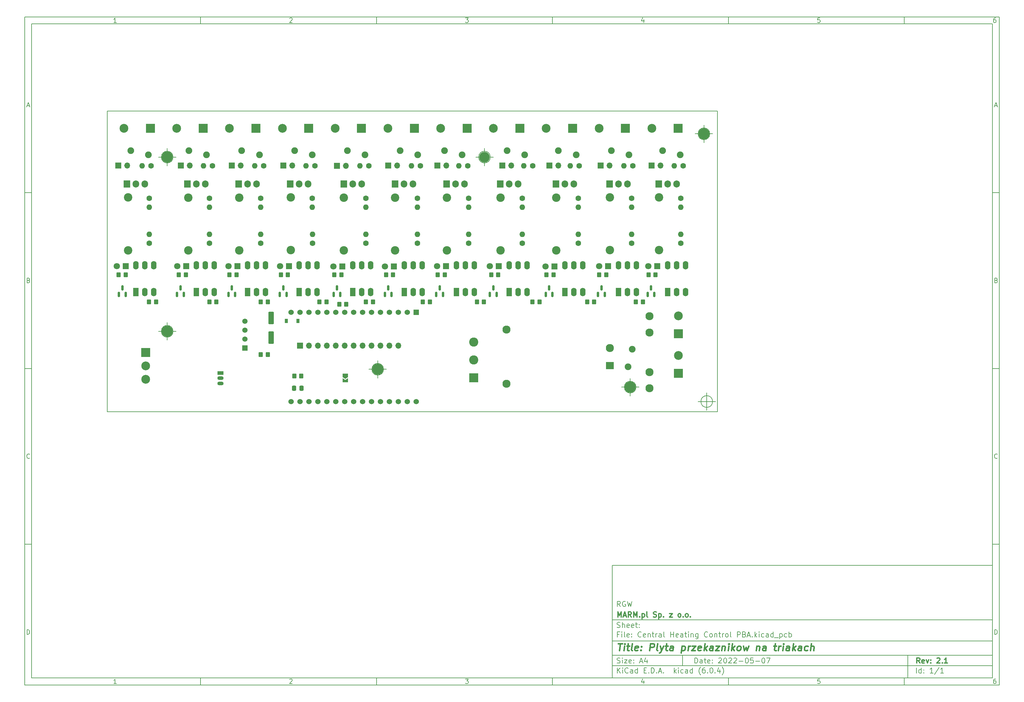
<source format=gbr>
%TF.GenerationSoftware,KiCad,Pcbnew,(6.0.4)*%
%TF.CreationDate,2022-05-29T19:49:35+02:00*%
%TF.ProjectId,Central Heating Control PBA,43656e74-7261-46c2-9048-656174696e67,2.1*%
%TF.SameCoordinates,Original*%
%TF.FileFunction,Soldermask,Top*%
%TF.FilePolarity,Negative*%
%FSLAX46Y46*%
G04 Gerber Fmt 4.6, Leading zero omitted, Abs format (unit mm)*
G04 Created by KiCad (PCBNEW (6.0.4)) date 2022-05-29 19:49:35*
%MOMM*%
%LPD*%
G01*
G04 APERTURE LIST*
G04 Aperture macros list*
%AMRoundRect*
0 Rectangle with rounded corners*
0 $1 Rounding radius*
0 $2 $3 $4 $5 $6 $7 $8 $9 X,Y pos of 4 corners*
0 Add a 4 corners polygon primitive as box body*
4,1,4,$2,$3,$4,$5,$6,$7,$8,$9,$2,$3,0*
0 Add four circle primitives for the rounded corners*
1,1,$1+$1,$2,$3*
1,1,$1+$1,$4,$5*
1,1,$1+$1,$6,$7*
1,1,$1+$1,$8,$9*
0 Add four rect primitives between the rounded corners*
20,1,$1+$1,$2,$3,$4,$5,0*
20,1,$1+$1,$4,$5,$6,$7,0*
20,1,$1+$1,$6,$7,$8,$9,0*
20,1,$1+$1,$8,$9,$2,$3,0*%
%AMFreePoly0*
4,1,6,1.000000,0.000000,0.500000,-0.750000,-0.500000,-0.750000,-0.500000,0.750000,0.500000,0.750000,1.000000,0.000000,1.000000,0.000000,$1*%
%AMFreePoly1*
4,1,6,0.500000,-0.750000,-0.650000,-0.750000,-0.150000,0.000000,-0.650000,0.750000,0.500000,0.750000,0.500000,-0.750000,0.500000,-0.750000,$1*%
G04 Aperture macros list end*
%ADD10C,0.100000*%
%ADD11C,0.150000*%
%ADD12C,0.300000*%
%ADD13C,0.400000*%
%TA.AperFunction,Profile*%
%ADD14C,0.150000*%
%TD*%
%ADD15C,3.000000*%
%ADD16R,1.800000X1.800000*%
%ADD17C,1.800000*%
%ADD18RoundRect,0.250000X0.350000X0.450000X-0.350000X0.450000X-0.350000X-0.450000X0.350000X-0.450000X0*%
%ADD19R,2.500000X2.500000*%
%ADD20C,2.500000*%
%ADD21R,1.600000X2.400000*%
%ADD22O,1.600000X2.400000*%
%ADD23RoundRect,0.250000X-0.350000X-0.450000X0.350000X-0.450000X0.350000X0.450000X-0.350000X0.450000X0*%
%ADD24C,1.600000*%
%ADD25O,1.600000X1.600000*%
%ADD26R,1.905000X2.000000*%
%ADD27O,1.905000X2.000000*%
%ADD28C,2.400000*%
%ADD29R,1.700000X1.700000*%
%ADD30O,1.700000X1.700000*%
%ADD31C,1.900000*%
%ADD32RoundRect,0.150000X0.150000X-0.587500X0.150000X0.587500X-0.150000X0.587500X-0.150000X-0.587500X0*%
%ADD33R,2.600000X2.600000*%
%ADD34C,2.600000*%
%ADD35R,1.500000X1.500000*%
%ADD36C,1.500000*%
%ADD37R,1.800000X1.050000*%
%ADD38O,1.800000X1.050000*%
%ADD39RoundRect,0.250000X-0.550000X1.500000X-0.550000X-1.500000X0.550000X-1.500000X0.550000X1.500000X0*%
%ADD40C,2.300000*%
%ADD41RoundRect,0.250000X0.337500X0.475000X-0.337500X0.475000X-0.337500X-0.475000X0.337500X-0.475000X0*%
%ADD42FreePoly0,270.000000*%
%ADD43FreePoly1,270.000000*%
%ADD44R,1.524000X1.524000*%
%ADD45C,1.524000*%
%ADD46R,0.900000X1.200000*%
%ADD47R,2.300000X2.000000*%
G04 APERTURE END LIST*
D10*
D11*
X177002200Y-166007200D02*
X177002200Y-198007200D01*
X285002200Y-198007200D01*
X285002200Y-166007200D01*
X177002200Y-166007200D01*
D10*
D11*
X10000000Y-10000000D02*
X10000000Y-200007200D01*
X287002200Y-200007200D01*
X287002200Y-10000000D01*
X10000000Y-10000000D01*
D10*
D11*
X12000000Y-12000000D02*
X12000000Y-198007200D01*
X285002200Y-198007200D01*
X285002200Y-12000000D01*
X12000000Y-12000000D01*
D10*
D11*
X60000000Y-12000000D02*
X60000000Y-10000000D01*
D10*
D11*
X110000000Y-12000000D02*
X110000000Y-10000000D01*
D10*
D11*
X160000000Y-12000000D02*
X160000000Y-10000000D01*
D10*
D11*
X210000000Y-12000000D02*
X210000000Y-10000000D01*
D10*
D11*
X260000000Y-12000000D02*
X260000000Y-10000000D01*
D10*
D11*
X36065476Y-11588095D02*
X35322619Y-11588095D01*
X35694047Y-11588095D02*
X35694047Y-10288095D01*
X35570238Y-10473809D01*
X35446428Y-10597619D01*
X35322619Y-10659523D01*
D10*
D11*
X85322619Y-10411904D02*
X85384523Y-10350000D01*
X85508333Y-10288095D01*
X85817857Y-10288095D01*
X85941666Y-10350000D01*
X86003571Y-10411904D01*
X86065476Y-10535714D01*
X86065476Y-10659523D01*
X86003571Y-10845238D01*
X85260714Y-11588095D01*
X86065476Y-11588095D01*
D10*
D11*
X135260714Y-10288095D02*
X136065476Y-10288095D01*
X135632142Y-10783333D01*
X135817857Y-10783333D01*
X135941666Y-10845238D01*
X136003571Y-10907142D01*
X136065476Y-11030952D01*
X136065476Y-11340476D01*
X136003571Y-11464285D01*
X135941666Y-11526190D01*
X135817857Y-11588095D01*
X135446428Y-11588095D01*
X135322619Y-11526190D01*
X135260714Y-11464285D01*
D10*
D11*
X185941666Y-10721428D02*
X185941666Y-11588095D01*
X185632142Y-10226190D02*
X185322619Y-11154761D01*
X186127380Y-11154761D01*
D10*
D11*
X236003571Y-10288095D02*
X235384523Y-10288095D01*
X235322619Y-10907142D01*
X235384523Y-10845238D01*
X235508333Y-10783333D01*
X235817857Y-10783333D01*
X235941666Y-10845238D01*
X236003571Y-10907142D01*
X236065476Y-11030952D01*
X236065476Y-11340476D01*
X236003571Y-11464285D01*
X235941666Y-11526190D01*
X235817857Y-11588095D01*
X235508333Y-11588095D01*
X235384523Y-11526190D01*
X235322619Y-11464285D01*
D10*
D11*
X285941666Y-10288095D02*
X285694047Y-10288095D01*
X285570238Y-10350000D01*
X285508333Y-10411904D01*
X285384523Y-10597619D01*
X285322619Y-10845238D01*
X285322619Y-11340476D01*
X285384523Y-11464285D01*
X285446428Y-11526190D01*
X285570238Y-11588095D01*
X285817857Y-11588095D01*
X285941666Y-11526190D01*
X286003571Y-11464285D01*
X286065476Y-11340476D01*
X286065476Y-11030952D01*
X286003571Y-10907142D01*
X285941666Y-10845238D01*
X285817857Y-10783333D01*
X285570238Y-10783333D01*
X285446428Y-10845238D01*
X285384523Y-10907142D01*
X285322619Y-11030952D01*
D10*
D11*
X60000000Y-198007200D02*
X60000000Y-200007200D01*
D10*
D11*
X110000000Y-198007200D02*
X110000000Y-200007200D01*
D10*
D11*
X160000000Y-198007200D02*
X160000000Y-200007200D01*
D10*
D11*
X210000000Y-198007200D02*
X210000000Y-200007200D01*
D10*
D11*
X260000000Y-198007200D02*
X260000000Y-200007200D01*
D10*
D11*
X36065476Y-199595295D02*
X35322619Y-199595295D01*
X35694047Y-199595295D02*
X35694047Y-198295295D01*
X35570238Y-198481009D01*
X35446428Y-198604819D01*
X35322619Y-198666723D01*
D10*
D11*
X85322619Y-198419104D02*
X85384523Y-198357200D01*
X85508333Y-198295295D01*
X85817857Y-198295295D01*
X85941666Y-198357200D01*
X86003571Y-198419104D01*
X86065476Y-198542914D01*
X86065476Y-198666723D01*
X86003571Y-198852438D01*
X85260714Y-199595295D01*
X86065476Y-199595295D01*
D10*
D11*
X135260714Y-198295295D02*
X136065476Y-198295295D01*
X135632142Y-198790533D01*
X135817857Y-198790533D01*
X135941666Y-198852438D01*
X136003571Y-198914342D01*
X136065476Y-199038152D01*
X136065476Y-199347676D01*
X136003571Y-199471485D01*
X135941666Y-199533390D01*
X135817857Y-199595295D01*
X135446428Y-199595295D01*
X135322619Y-199533390D01*
X135260714Y-199471485D01*
D10*
D11*
X185941666Y-198728628D02*
X185941666Y-199595295D01*
X185632142Y-198233390D02*
X185322619Y-199161961D01*
X186127380Y-199161961D01*
D10*
D11*
X236003571Y-198295295D02*
X235384523Y-198295295D01*
X235322619Y-198914342D01*
X235384523Y-198852438D01*
X235508333Y-198790533D01*
X235817857Y-198790533D01*
X235941666Y-198852438D01*
X236003571Y-198914342D01*
X236065476Y-199038152D01*
X236065476Y-199347676D01*
X236003571Y-199471485D01*
X235941666Y-199533390D01*
X235817857Y-199595295D01*
X235508333Y-199595295D01*
X235384523Y-199533390D01*
X235322619Y-199471485D01*
D10*
D11*
X285941666Y-198295295D02*
X285694047Y-198295295D01*
X285570238Y-198357200D01*
X285508333Y-198419104D01*
X285384523Y-198604819D01*
X285322619Y-198852438D01*
X285322619Y-199347676D01*
X285384523Y-199471485D01*
X285446428Y-199533390D01*
X285570238Y-199595295D01*
X285817857Y-199595295D01*
X285941666Y-199533390D01*
X286003571Y-199471485D01*
X286065476Y-199347676D01*
X286065476Y-199038152D01*
X286003571Y-198914342D01*
X285941666Y-198852438D01*
X285817857Y-198790533D01*
X285570238Y-198790533D01*
X285446428Y-198852438D01*
X285384523Y-198914342D01*
X285322619Y-199038152D01*
D10*
D11*
X10000000Y-60000000D02*
X12000000Y-60000000D01*
D10*
D11*
X10000000Y-110000000D02*
X12000000Y-110000000D01*
D10*
D11*
X10000000Y-160000000D02*
X12000000Y-160000000D01*
D10*
D11*
X10690476Y-35216666D02*
X11309523Y-35216666D01*
X10566666Y-35588095D02*
X11000000Y-34288095D01*
X11433333Y-35588095D01*
D10*
D11*
X11092857Y-84907142D02*
X11278571Y-84969047D01*
X11340476Y-85030952D01*
X11402380Y-85154761D01*
X11402380Y-85340476D01*
X11340476Y-85464285D01*
X11278571Y-85526190D01*
X11154761Y-85588095D01*
X10659523Y-85588095D01*
X10659523Y-84288095D01*
X11092857Y-84288095D01*
X11216666Y-84350000D01*
X11278571Y-84411904D01*
X11340476Y-84535714D01*
X11340476Y-84659523D01*
X11278571Y-84783333D01*
X11216666Y-84845238D01*
X11092857Y-84907142D01*
X10659523Y-84907142D01*
D10*
D11*
X11402380Y-135464285D02*
X11340476Y-135526190D01*
X11154761Y-135588095D01*
X11030952Y-135588095D01*
X10845238Y-135526190D01*
X10721428Y-135402380D01*
X10659523Y-135278571D01*
X10597619Y-135030952D01*
X10597619Y-134845238D01*
X10659523Y-134597619D01*
X10721428Y-134473809D01*
X10845238Y-134350000D01*
X11030952Y-134288095D01*
X11154761Y-134288095D01*
X11340476Y-134350000D01*
X11402380Y-134411904D01*
D10*
D11*
X10659523Y-185588095D02*
X10659523Y-184288095D01*
X10969047Y-184288095D01*
X11154761Y-184350000D01*
X11278571Y-184473809D01*
X11340476Y-184597619D01*
X11402380Y-184845238D01*
X11402380Y-185030952D01*
X11340476Y-185278571D01*
X11278571Y-185402380D01*
X11154761Y-185526190D01*
X10969047Y-185588095D01*
X10659523Y-185588095D01*
D10*
D11*
X287002200Y-60000000D02*
X285002200Y-60000000D01*
D10*
D11*
X287002200Y-110000000D02*
X285002200Y-110000000D01*
D10*
D11*
X287002200Y-160000000D02*
X285002200Y-160000000D01*
D10*
D11*
X285692676Y-35216666D02*
X286311723Y-35216666D01*
X285568866Y-35588095D02*
X286002200Y-34288095D01*
X286435533Y-35588095D01*
D10*
D11*
X286095057Y-84907142D02*
X286280771Y-84969047D01*
X286342676Y-85030952D01*
X286404580Y-85154761D01*
X286404580Y-85340476D01*
X286342676Y-85464285D01*
X286280771Y-85526190D01*
X286156961Y-85588095D01*
X285661723Y-85588095D01*
X285661723Y-84288095D01*
X286095057Y-84288095D01*
X286218866Y-84350000D01*
X286280771Y-84411904D01*
X286342676Y-84535714D01*
X286342676Y-84659523D01*
X286280771Y-84783333D01*
X286218866Y-84845238D01*
X286095057Y-84907142D01*
X285661723Y-84907142D01*
D10*
D11*
X286404580Y-135464285D02*
X286342676Y-135526190D01*
X286156961Y-135588095D01*
X286033152Y-135588095D01*
X285847438Y-135526190D01*
X285723628Y-135402380D01*
X285661723Y-135278571D01*
X285599819Y-135030952D01*
X285599819Y-134845238D01*
X285661723Y-134597619D01*
X285723628Y-134473809D01*
X285847438Y-134350000D01*
X286033152Y-134288095D01*
X286156961Y-134288095D01*
X286342676Y-134350000D01*
X286404580Y-134411904D01*
D10*
D11*
X285661723Y-185588095D02*
X285661723Y-184288095D01*
X285971247Y-184288095D01*
X286156961Y-184350000D01*
X286280771Y-184473809D01*
X286342676Y-184597619D01*
X286404580Y-184845238D01*
X286404580Y-185030952D01*
X286342676Y-185278571D01*
X286280771Y-185402380D01*
X286156961Y-185526190D01*
X285971247Y-185588095D01*
X285661723Y-185588095D01*
D10*
D11*
X200434342Y-193785771D02*
X200434342Y-192285771D01*
X200791485Y-192285771D01*
X201005771Y-192357200D01*
X201148628Y-192500057D01*
X201220057Y-192642914D01*
X201291485Y-192928628D01*
X201291485Y-193142914D01*
X201220057Y-193428628D01*
X201148628Y-193571485D01*
X201005771Y-193714342D01*
X200791485Y-193785771D01*
X200434342Y-193785771D01*
X202577200Y-193785771D02*
X202577200Y-193000057D01*
X202505771Y-192857200D01*
X202362914Y-192785771D01*
X202077200Y-192785771D01*
X201934342Y-192857200D01*
X202577200Y-193714342D02*
X202434342Y-193785771D01*
X202077200Y-193785771D01*
X201934342Y-193714342D01*
X201862914Y-193571485D01*
X201862914Y-193428628D01*
X201934342Y-193285771D01*
X202077200Y-193214342D01*
X202434342Y-193214342D01*
X202577200Y-193142914D01*
X203077200Y-192785771D02*
X203648628Y-192785771D01*
X203291485Y-192285771D02*
X203291485Y-193571485D01*
X203362914Y-193714342D01*
X203505771Y-193785771D01*
X203648628Y-193785771D01*
X204720057Y-193714342D02*
X204577200Y-193785771D01*
X204291485Y-193785771D01*
X204148628Y-193714342D01*
X204077200Y-193571485D01*
X204077200Y-193000057D01*
X204148628Y-192857200D01*
X204291485Y-192785771D01*
X204577200Y-192785771D01*
X204720057Y-192857200D01*
X204791485Y-193000057D01*
X204791485Y-193142914D01*
X204077200Y-193285771D01*
X205434342Y-193642914D02*
X205505771Y-193714342D01*
X205434342Y-193785771D01*
X205362914Y-193714342D01*
X205434342Y-193642914D01*
X205434342Y-193785771D01*
X205434342Y-192857200D02*
X205505771Y-192928628D01*
X205434342Y-193000057D01*
X205362914Y-192928628D01*
X205434342Y-192857200D01*
X205434342Y-193000057D01*
X207220057Y-192428628D02*
X207291485Y-192357200D01*
X207434342Y-192285771D01*
X207791485Y-192285771D01*
X207934342Y-192357200D01*
X208005771Y-192428628D01*
X208077200Y-192571485D01*
X208077200Y-192714342D01*
X208005771Y-192928628D01*
X207148628Y-193785771D01*
X208077200Y-193785771D01*
X209005771Y-192285771D02*
X209148628Y-192285771D01*
X209291485Y-192357200D01*
X209362914Y-192428628D01*
X209434342Y-192571485D01*
X209505771Y-192857200D01*
X209505771Y-193214342D01*
X209434342Y-193500057D01*
X209362914Y-193642914D01*
X209291485Y-193714342D01*
X209148628Y-193785771D01*
X209005771Y-193785771D01*
X208862914Y-193714342D01*
X208791485Y-193642914D01*
X208720057Y-193500057D01*
X208648628Y-193214342D01*
X208648628Y-192857200D01*
X208720057Y-192571485D01*
X208791485Y-192428628D01*
X208862914Y-192357200D01*
X209005771Y-192285771D01*
X210077200Y-192428628D02*
X210148628Y-192357200D01*
X210291485Y-192285771D01*
X210648628Y-192285771D01*
X210791485Y-192357200D01*
X210862914Y-192428628D01*
X210934342Y-192571485D01*
X210934342Y-192714342D01*
X210862914Y-192928628D01*
X210005771Y-193785771D01*
X210934342Y-193785771D01*
X211505771Y-192428628D02*
X211577200Y-192357200D01*
X211720057Y-192285771D01*
X212077200Y-192285771D01*
X212220057Y-192357200D01*
X212291485Y-192428628D01*
X212362914Y-192571485D01*
X212362914Y-192714342D01*
X212291485Y-192928628D01*
X211434342Y-193785771D01*
X212362914Y-193785771D01*
X213005771Y-193214342D02*
X214148628Y-193214342D01*
X215148628Y-192285771D02*
X215291485Y-192285771D01*
X215434342Y-192357200D01*
X215505771Y-192428628D01*
X215577200Y-192571485D01*
X215648628Y-192857200D01*
X215648628Y-193214342D01*
X215577200Y-193500057D01*
X215505771Y-193642914D01*
X215434342Y-193714342D01*
X215291485Y-193785771D01*
X215148628Y-193785771D01*
X215005771Y-193714342D01*
X214934342Y-193642914D01*
X214862914Y-193500057D01*
X214791485Y-193214342D01*
X214791485Y-192857200D01*
X214862914Y-192571485D01*
X214934342Y-192428628D01*
X215005771Y-192357200D01*
X215148628Y-192285771D01*
X217005771Y-192285771D02*
X216291485Y-192285771D01*
X216220057Y-193000057D01*
X216291485Y-192928628D01*
X216434342Y-192857200D01*
X216791485Y-192857200D01*
X216934342Y-192928628D01*
X217005771Y-193000057D01*
X217077200Y-193142914D01*
X217077200Y-193500057D01*
X217005771Y-193642914D01*
X216934342Y-193714342D01*
X216791485Y-193785771D01*
X216434342Y-193785771D01*
X216291485Y-193714342D01*
X216220057Y-193642914D01*
X217720057Y-193214342D02*
X218862914Y-193214342D01*
X219862914Y-192285771D02*
X220005771Y-192285771D01*
X220148628Y-192357200D01*
X220220057Y-192428628D01*
X220291485Y-192571485D01*
X220362914Y-192857200D01*
X220362914Y-193214342D01*
X220291485Y-193500057D01*
X220220057Y-193642914D01*
X220148628Y-193714342D01*
X220005771Y-193785771D01*
X219862914Y-193785771D01*
X219720057Y-193714342D01*
X219648628Y-193642914D01*
X219577200Y-193500057D01*
X219505771Y-193214342D01*
X219505771Y-192857200D01*
X219577200Y-192571485D01*
X219648628Y-192428628D01*
X219720057Y-192357200D01*
X219862914Y-192285771D01*
X220862914Y-192285771D02*
X221862914Y-192285771D01*
X221220057Y-193785771D01*
D10*
D11*
X177002200Y-194507200D02*
X285002200Y-194507200D01*
D10*
D11*
X178434342Y-196585771D02*
X178434342Y-195085771D01*
X179291485Y-196585771D02*
X178648628Y-195728628D01*
X179291485Y-195085771D02*
X178434342Y-195942914D01*
X179934342Y-196585771D02*
X179934342Y-195585771D01*
X179934342Y-195085771D02*
X179862914Y-195157200D01*
X179934342Y-195228628D01*
X180005771Y-195157200D01*
X179934342Y-195085771D01*
X179934342Y-195228628D01*
X181505771Y-196442914D02*
X181434342Y-196514342D01*
X181220057Y-196585771D01*
X181077200Y-196585771D01*
X180862914Y-196514342D01*
X180720057Y-196371485D01*
X180648628Y-196228628D01*
X180577200Y-195942914D01*
X180577200Y-195728628D01*
X180648628Y-195442914D01*
X180720057Y-195300057D01*
X180862914Y-195157200D01*
X181077200Y-195085771D01*
X181220057Y-195085771D01*
X181434342Y-195157200D01*
X181505771Y-195228628D01*
X182791485Y-196585771D02*
X182791485Y-195800057D01*
X182720057Y-195657200D01*
X182577200Y-195585771D01*
X182291485Y-195585771D01*
X182148628Y-195657200D01*
X182791485Y-196514342D02*
X182648628Y-196585771D01*
X182291485Y-196585771D01*
X182148628Y-196514342D01*
X182077200Y-196371485D01*
X182077200Y-196228628D01*
X182148628Y-196085771D01*
X182291485Y-196014342D01*
X182648628Y-196014342D01*
X182791485Y-195942914D01*
X184148628Y-196585771D02*
X184148628Y-195085771D01*
X184148628Y-196514342D02*
X184005771Y-196585771D01*
X183720057Y-196585771D01*
X183577200Y-196514342D01*
X183505771Y-196442914D01*
X183434342Y-196300057D01*
X183434342Y-195871485D01*
X183505771Y-195728628D01*
X183577200Y-195657200D01*
X183720057Y-195585771D01*
X184005771Y-195585771D01*
X184148628Y-195657200D01*
X186005771Y-195800057D02*
X186505771Y-195800057D01*
X186720057Y-196585771D02*
X186005771Y-196585771D01*
X186005771Y-195085771D01*
X186720057Y-195085771D01*
X187362914Y-196442914D02*
X187434342Y-196514342D01*
X187362914Y-196585771D01*
X187291485Y-196514342D01*
X187362914Y-196442914D01*
X187362914Y-196585771D01*
X188077200Y-196585771D02*
X188077200Y-195085771D01*
X188434342Y-195085771D01*
X188648628Y-195157200D01*
X188791485Y-195300057D01*
X188862914Y-195442914D01*
X188934342Y-195728628D01*
X188934342Y-195942914D01*
X188862914Y-196228628D01*
X188791485Y-196371485D01*
X188648628Y-196514342D01*
X188434342Y-196585771D01*
X188077200Y-196585771D01*
X189577200Y-196442914D02*
X189648628Y-196514342D01*
X189577200Y-196585771D01*
X189505771Y-196514342D01*
X189577200Y-196442914D01*
X189577200Y-196585771D01*
X190220057Y-196157200D02*
X190934342Y-196157200D01*
X190077200Y-196585771D02*
X190577200Y-195085771D01*
X191077200Y-196585771D01*
X191577200Y-196442914D02*
X191648628Y-196514342D01*
X191577200Y-196585771D01*
X191505771Y-196514342D01*
X191577200Y-196442914D01*
X191577200Y-196585771D01*
X194577200Y-196585771D02*
X194577200Y-195085771D01*
X194720057Y-196014342D02*
X195148628Y-196585771D01*
X195148628Y-195585771D02*
X194577200Y-196157200D01*
X195791485Y-196585771D02*
X195791485Y-195585771D01*
X195791485Y-195085771D02*
X195720057Y-195157200D01*
X195791485Y-195228628D01*
X195862914Y-195157200D01*
X195791485Y-195085771D01*
X195791485Y-195228628D01*
X197148628Y-196514342D02*
X197005771Y-196585771D01*
X196720057Y-196585771D01*
X196577200Y-196514342D01*
X196505771Y-196442914D01*
X196434342Y-196300057D01*
X196434342Y-195871485D01*
X196505771Y-195728628D01*
X196577200Y-195657200D01*
X196720057Y-195585771D01*
X197005771Y-195585771D01*
X197148628Y-195657200D01*
X198434342Y-196585771D02*
X198434342Y-195800057D01*
X198362914Y-195657200D01*
X198220057Y-195585771D01*
X197934342Y-195585771D01*
X197791485Y-195657200D01*
X198434342Y-196514342D02*
X198291485Y-196585771D01*
X197934342Y-196585771D01*
X197791485Y-196514342D01*
X197720057Y-196371485D01*
X197720057Y-196228628D01*
X197791485Y-196085771D01*
X197934342Y-196014342D01*
X198291485Y-196014342D01*
X198434342Y-195942914D01*
X199791485Y-196585771D02*
X199791485Y-195085771D01*
X199791485Y-196514342D02*
X199648628Y-196585771D01*
X199362914Y-196585771D01*
X199220057Y-196514342D01*
X199148628Y-196442914D01*
X199077200Y-196300057D01*
X199077200Y-195871485D01*
X199148628Y-195728628D01*
X199220057Y-195657200D01*
X199362914Y-195585771D01*
X199648628Y-195585771D01*
X199791485Y-195657200D01*
X202077200Y-197157200D02*
X202005771Y-197085771D01*
X201862914Y-196871485D01*
X201791485Y-196728628D01*
X201720057Y-196514342D01*
X201648628Y-196157200D01*
X201648628Y-195871485D01*
X201720057Y-195514342D01*
X201791485Y-195300057D01*
X201862914Y-195157200D01*
X202005771Y-194942914D01*
X202077200Y-194871485D01*
X203291485Y-195085771D02*
X203005771Y-195085771D01*
X202862914Y-195157200D01*
X202791485Y-195228628D01*
X202648628Y-195442914D01*
X202577200Y-195728628D01*
X202577200Y-196300057D01*
X202648628Y-196442914D01*
X202720057Y-196514342D01*
X202862914Y-196585771D01*
X203148628Y-196585771D01*
X203291485Y-196514342D01*
X203362914Y-196442914D01*
X203434342Y-196300057D01*
X203434342Y-195942914D01*
X203362914Y-195800057D01*
X203291485Y-195728628D01*
X203148628Y-195657200D01*
X202862914Y-195657200D01*
X202720057Y-195728628D01*
X202648628Y-195800057D01*
X202577200Y-195942914D01*
X204077200Y-196442914D02*
X204148628Y-196514342D01*
X204077200Y-196585771D01*
X204005771Y-196514342D01*
X204077200Y-196442914D01*
X204077200Y-196585771D01*
X205077200Y-195085771D02*
X205220057Y-195085771D01*
X205362914Y-195157200D01*
X205434342Y-195228628D01*
X205505771Y-195371485D01*
X205577200Y-195657200D01*
X205577200Y-196014342D01*
X205505771Y-196300057D01*
X205434342Y-196442914D01*
X205362914Y-196514342D01*
X205220057Y-196585771D01*
X205077200Y-196585771D01*
X204934342Y-196514342D01*
X204862914Y-196442914D01*
X204791485Y-196300057D01*
X204720057Y-196014342D01*
X204720057Y-195657200D01*
X204791485Y-195371485D01*
X204862914Y-195228628D01*
X204934342Y-195157200D01*
X205077200Y-195085771D01*
X206220057Y-196442914D02*
X206291485Y-196514342D01*
X206220057Y-196585771D01*
X206148628Y-196514342D01*
X206220057Y-196442914D01*
X206220057Y-196585771D01*
X207577200Y-195585771D02*
X207577200Y-196585771D01*
X207220057Y-195014342D02*
X206862914Y-196085771D01*
X207791485Y-196085771D01*
X208220057Y-197157200D02*
X208291485Y-197085771D01*
X208434342Y-196871485D01*
X208505771Y-196728628D01*
X208577200Y-196514342D01*
X208648628Y-196157200D01*
X208648628Y-195871485D01*
X208577200Y-195514342D01*
X208505771Y-195300057D01*
X208434342Y-195157200D01*
X208291485Y-194942914D01*
X208220057Y-194871485D01*
D10*
D11*
X177002200Y-191507200D02*
X285002200Y-191507200D01*
D10*
D12*
X264411485Y-193785771D02*
X263911485Y-193071485D01*
X263554342Y-193785771D02*
X263554342Y-192285771D01*
X264125771Y-192285771D01*
X264268628Y-192357200D01*
X264340057Y-192428628D01*
X264411485Y-192571485D01*
X264411485Y-192785771D01*
X264340057Y-192928628D01*
X264268628Y-193000057D01*
X264125771Y-193071485D01*
X263554342Y-193071485D01*
X265625771Y-193714342D02*
X265482914Y-193785771D01*
X265197200Y-193785771D01*
X265054342Y-193714342D01*
X264982914Y-193571485D01*
X264982914Y-193000057D01*
X265054342Y-192857200D01*
X265197200Y-192785771D01*
X265482914Y-192785771D01*
X265625771Y-192857200D01*
X265697200Y-193000057D01*
X265697200Y-193142914D01*
X264982914Y-193285771D01*
X266197200Y-192785771D02*
X266554342Y-193785771D01*
X266911485Y-192785771D01*
X267482914Y-193642914D02*
X267554342Y-193714342D01*
X267482914Y-193785771D01*
X267411485Y-193714342D01*
X267482914Y-193642914D01*
X267482914Y-193785771D01*
X267482914Y-192857200D02*
X267554342Y-192928628D01*
X267482914Y-193000057D01*
X267411485Y-192928628D01*
X267482914Y-192857200D01*
X267482914Y-193000057D01*
X269268628Y-192428628D02*
X269340057Y-192357200D01*
X269482914Y-192285771D01*
X269840057Y-192285771D01*
X269982914Y-192357200D01*
X270054342Y-192428628D01*
X270125771Y-192571485D01*
X270125771Y-192714342D01*
X270054342Y-192928628D01*
X269197200Y-193785771D01*
X270125771Y-193785771D01*
X270768628Y-193642914D02*
X270840057Y-193714342D01*
X270768628Y-193785771D01*
X270697200Y-193714342D01*
X270768628Y-193642914D01*
X270768628Y-193785771D01*
X272268628Y-193785771D02*
X271411485Y-193785771D01*
X271840057Y-193785771D02*
X271840057Y-192285771D01*
X271697200Y-192500057D01*
X271554342Y-192642914D01*
X271411485Y-192714342D01*
D10*
D11*
X178362914Y-193714342D02*
X178577200Y-193785771D01*
X178934342Y-193785771D01*
X179077200Y-193714342D01*
X179148628Y-193642914D01*
X179220057Y-193500057D01*
X179220057Y-193357200D01*
X179148628Y-193214342D01*
X179077200Y-193142914D01*
X178934342Y-193071485D01*
X178648628Y-193000057D01*
X178505771Y-192928628D01*
X178434342Y-192857200D01*
X178362914Y-192714342D01*
X178362914Y-192571485D01*
X178434342Y-192428628D01*
X178505771Y-192357200D01*
X178648628Y-192285771D01*
X179005771Y-192285771D01*
X179220057Y-192357200D01*
X179862914Y-193785771D02*
X179862914Y-192785771D01*
X179862914Y-192285771D02*
X179791485Y-192357200D01*
X179862914Y-192428628D01*
X179934342Y-192357200D01*
X179862914Y-192285771D01*
X179862914Y-192428628D01*
X180434342Y-192785771D02*
X181220057Y-192785771D01*
X180434342Y-193785771D01*
X181220057Y-193785771D01*
X182362914Y-193714342D02*
X182220057Y-193785771D01*
X181934342Y-193785771D01*
X181791485Y-193714342D01*
X181720057Y-193571485D01*
X181720057Y-193000057D01*
X181791485Y-192857200D01*
X181934342Y-192785771D01*
X182220057Y-192785771D01*
X182362914Y-192857200D01*
X182434342Y-193000057D01*
X182434342Y-193142914D01*
X181720057Y-193285771D01*
X183077200Y-193642914D02*
X183148628Y-193714342D01*
X183077200Y-193785771D01*
X183005771Y-193714342D01*
X183077200Y-193642914D01*
X183077200Y-193785771D01*
X183077200Y-192857200D02*
X183148628Y-192928628D01*
X183077200Y-193000057D01*
X183005771Y-192928628D01*
X183077200Y-192857200D01*
X183077200Y-193000057D01*
X184862914Y-193357200D02*
X185577200Y-193357200D01*
X184720057Y-193785771D02*
X185220057Y-192285771D01*
X185720057Y-193785771D01*
X186862914Y-192785771D02*
X186862914Y-193785771D01*
X186505771Y-192214342D02*
X186148628Y-193285771D01*
X187077200Y-193285771D01*
D10*
D11*
X263434342Y-196585771D02*
X263434342Y-195085771D01*
X264791485Y-196585771D02*
X264791485Y-195085771D01*
X264791485Y-196514342D02*
X264648628Y-196585771D01*
X264362914Y-196585771D01*
X264220057Y-196514342D01*
X264148628Y-196442914D01*
X264077200Y-196300057D01*
X264077200Y-195871485D01*
X264148628Y-195728628D01*
X264220057Y-195657200D01*
X264362914Y-195585771D01*
X264648628Y-195585771D01*
X264791485Y-195657200D01*
X265505771Y-196442914D02*
X265577200Y-196514342D01*
X265505771Y-196585771D01*
X265434342Y-196514342D01*
X265505771Y-196442914D01*
X265505771Y-196585771D01*
X265505771Y-195657200D02*
X265577200Y-195728628D01*
X265505771Y-195800057D01*
X265434342Y-195728628D01*
X265505771Y-195657200D01*
X265505771Y-195800057D01*
X268148628Y-196585771D02*
X267291485Y-196585771D01*
X267720057Y-196585771D02*
X267720057Y-195085771D01*
X267577200Y-195300057D01*
X267434342Y-195442914D01*
X267291485Y-195514342D01*
X269862914Y-195014342D02*
X268577200Y-196942914D01*
X271148628Y-196585771D02*
X270291485Y-196585771D01*
X270720057Y-196585771D02*
X270720057Y-195085771D01*
X270577200Y-195300057D01*
X270434342Y-195442914D01*
X270291485Y-195514342D01*
D10*
D11*
X177002200Y-187507200D02*
X285002200Y-187507200D01*
D10*
D13*
X178714580Y-188211961D02*
X179857438Y-188211961D01*
X179036009Y-190211961D02*
X179286009Y-188211961D01*
X180274104Y-190211961D02*
X180440771Y-188878628D01*
X180524104Y-188211961D02*
X180416961Y-188307200D01*
X180500295Y-188402438D01*
X180607438Y-188307200D01*
X180524104Y-188211961D01*
X180500295Y-188402438D01*
X181107438Y-188878628D02*
X181869342Y-188878628D01*
X181476485Y-188211961D02*
X181262200Y-189926247D01*
X181333628Y-190116723D01*
X181512200Y-190211961D01*
X181702676Y-190211961D01*
X182655057Y-190211961D02*
X182476485Y-190116723D01*
X182405057Y-189926247D01*
X182619342Y-188211961D01*
X184190771Y-190116723D02*
X183988390Y-190211961D01*
X183607438Y-190211961D01*
X183428866Y-190116723D01*
X183357438Y-189926247D01*
X183452676Y-189164342D01*
X183571723Y-188973866D01*
X183774104Y-188878628D01*
X184155057Y-188878628D01*
X184333628Y-188973866D01*
X184405057Y-189164342D01*
X184381247Y-189354819D01*
X183405057Y-189545295D01*
X185155057Y-190021485D02*
X185238390Y-190116723D01*
X185131247Y-190211961D01*
X185047914Y-190116723D01*
X185155057Y-190021485D01*
X185131247Y-190211961D01*
X185286009Y-188973866D02*
X185369342Y-189069104D01*
X185262200Y-189164342D01*
X185178866Y-189069104D01*
X185286009Y-188973866D01*
X185262200Y-189164342D01*
X187607438Y-190211961D02*
X187857438Y-188211961D01*
X188619342Y-188211961D01*
X188797914Y-188307200D01*
X188881247Y-188402438D01*
X188952676Y-188592914D01*
X188916961Y-188878628D01*
X188797914Y-189069104D01*
X188690771Y-189164342D01*
X188488390Y-189259580D01*
X187726485Y-189259580D01*
X189893152Y-190211961D02*
X189714580Y-190116723D01*
X189643152Y-189926247D01*
X189857438Y-188211961D01*
X190631247Y-188878628D02*
X190940771Y-190211961D01*
X191583628Y-188878628D02*
X190940771Y-190211961D01*
X190690771Y-190688152D01*
X190583628Y-190783390D01*
X190381247Y-190878628D01*
X192059819Y-188878628D02*
X192821723Y-188878628D01*
X192428866Y-188211961D02*
X192214580Y-189926247D01*
X192286009Y-190116723D01*
X192464580Y-190211961D01*
X192655057Y-190211961D01*
X194178866Y-190211961D02*
X194309819Y-189164342D01*
X194238390Y-188973866D01*
X194059819Y-188878628D01*
X193678866Y-188878628D01*
X193476485Y-188973866D01*
X194190771Y-190116723D02*
X193988390Y-190211961D01*
X193512200Y-190211961D01*
X193333628Y-190116723D01*
X193262200Y-189926247D01*
X193286009Y-189735771D01*
X193405057Y-189545295D01*
X193607438Y-189450057D01*
X194083628Y-189450057D01*
X194286009Y-189354819D01*
X196821723Y-188878628D02*
X196571723Y-190878628D01*
X196809819Y-188973866D02*
X197012200Y-188878628D01*
X197393152Y-188878628D01*
X197571723Y-188973866D01*
X197655057Y-189069104D01*
X197726485Y-189259580D01*
X197655057Y-189831009D01*
X197536009Y-190021485D01*
X197428866Y-190116723D01*
X197226485Y-190211961D01*
X196845533Y-190211961D01*
X196666961Y-190116723D01*
X198464580Y-190211961D02*
X198631247Y-188878628D01*
X198583628Y-189259580D02*
X198702676Y-189069104D01*
X198809819Y-188973866D01*
X199012200Y-188878628D01*
X199202676Y-188878628D01*
X199678866Y-188878628D02*
X200726485Y-188878628D01*
X199512200Y-190211961D01*
X200559819Y-190211961D01*
X202095533Y-190116723D02*
X201893152Y-190211961D01*
X201512200Y-190211961D01*
X201333628Y-190116723D01*
X201262200Y-189926247D01*
X201357438Y-189164342D01*
X201476485Y-188973866D01*
X201678866Y-188878628D01*
X202059819Y-188878628D01*
X202238390Y-188973866D01*
X202309819Y-189164342D01*
X202286009Y-189354819D01*
X201309819Y-189545295D01*
X203036009Y-190211961D02*
X203286009Y-188211961D01*
X203321723Y-189450057D02*
X203797914Y-190211961D01*
X203964580Y-188878628D02*
X203107438Y-189640533D01*
X205512200Y-190211961D02*
X205643152Y-189164342D01*
X205571723Y-188973866D01*
X205393152Y-188878628D01*
X205012200Y-188878628D01*
X204809819Y-188973866D01*
X205524104Y-190116723D02*
X205321723Y-190211961D01*
X204845533Y-190211961D01*
X204666961Y-190116723D01*
X204595533Y-189926247D01*
X204619342Y-189735771D01*
X204738390Y-189545295D01*
X204940771Y-189450057D01*
X205416961Y-189450057D01*
X205619342Y-189354819D01*
X206440771Y-188878628D02*
X207488390Y-188878628D01*
X206274104Y-190211961D01*
X207321723Y-190211961D01*
X208250295Y-188878628D02*
X208083628Y-190211961D01*
X208226485Y-189069104D02*
X208333628Y-188973866D01*
X208536009Y-188878628D01*
X208821723Y-188878628D01*
X209000295Y-188973866D01*
X209071723Y-189164342D01*
X208940771Y-190211961D01*
X209893152Y-190211961D02*
X210059819Y-188878628D01*
X210143152Y-188211961D02*
X210036009Y-188307200D01*
X210119342Y-188402438D01*
X210226485Y-188307200D01*
X210143152Y-188211961D01*
X210119342Y-188402438D01*
X210845533Y-190211961D02*
X211095533Y-188211961D01*
X211131247Y-189450057D02*
X211607438Y-190211961D01*
X211774104Y-188878628D02*
X210916961Y-189640533D01*
X212750295Y-190211961D02*
X212571723Y-190116723D01*
X212488390Y-190021485D01*
X212416961Y-189831009D01*
X212488390Y-189259580D01*
X212607438Y-189069104D01*
X212714580Y-188973866D01*
X212916961Y-188878628D01*
X213202676Y-188878628D01*
X213381247Y-188973866D01*
X213464580Y-189069104D01*
X213536009Y-189259580D01*
X213464580Y-189831009D01*
X213345533Y-190021485D01*
X213238390Y-190116723D01*
X213036009Y-190211961D01*
X212750295Y-190211961D01*
X214250295Y-188878628D02*
X214464580Y-190211961D01*
X214964580Y-189259580D01*
X215226485Y-190211961D01*
X215774104Y-188878628D01*
X218059819Y-188878628D02*
X217893152Y-190211961D01*
X218036009Y-189069104D02*
X218143152Y-188973866D01*
X218345533Y-188878628D01*
X218631247Y-188878628D01*
X218809819Y-188973866D01*
X218881247Y-189164342D01*
X218750295Y-190211961D01*
X220559819Y-190211961D02*
X220690771Y-189164342D01*
X220619342Y-188973866D01*
X220440771Y-188878628D01*
X220059819Y-188878628D01*
X219857438Y-188973866D01*
X220571723Y-190116723D02*
X220369342Y-190211961D01*
X219893152Y-190211961D01*
X219714580Y-190116723D01*
X219643152Y-189926247D01*
X219666961Y-189735771D01*
X219786009Y-189545295D01*
X219988390Y-189450057D01*
X220464580Y-189450057D01*
X220666961Y-189354819D01*
X222916961Y-188878628D02*
X223678866Y-188878628D01*
X223286009Y-188211961D02*
X223071723Y-189926247D01*
X223143152Y-190116723D01*
X223321723Y-190211961D01*
X223512200Y-190211961D01*
X224178866Y-190211961D02*
X224345533Y-188878628D01*
X224297914Y-189259580D02*
X224416961Y-189069104D01*
X224524104Y-188973866D01*
X224726485Y-188878628D01*
X224916961Y-188878628D01*
X225416961Y-190211961D02*
X225583628Y-188878628D01*
X225666961Y-188211961D02*
X225559819Y-188307200D01*
X225643152Y-188402438D01*
X225750295Y-188307200D01*
X225666961Y-188211961D01*
X225643152Y-188402438D01*
X227226485Y-190211961D02*
X227357438Y-189164342D01*
X227286009Y-188973866D01*
X227107438Y-188878628D01*
X226726485Y-188878628D01*
X226524104Y-188973866D01*
X227238390Y-190116723D02*
X227036009Y-190211961D01*
X226559819Y-190211961D01*
X226381247Y-190116723D01*
X226309819Y-189926247D01*
X226333628Y-189735771D01*
X226452676Y-189545295D01*
X226655057Y-189450057D01*
X227131247Y-189450057D01*
X227333628Y-189354819D01*
X228178866Y-190211961D02*
X228428866Y-188211961D01*
X228464580Y-189450057D02*
X228940771Y-190211961D01*
X229107438Y-188878628D02*
X228250295Y-189640533D01*
X230655057Y-190211961D02*
X230786009Y-189164342D01*
X230714580Y-188973866D01*
X230536009Y-188878628D01*
X230155057Y-188878628D01*
X229952676Y-188973866D01*
X230666961Y-190116723D02*
X230464580Y-190211961D01*
X229988390Y-190211961D01*
X229809819Y-190116723D01*
X229738390Y-189926247D01*
X229762200Y-189735771D01*
X229881247Y-189545295D01*
X230083628Y-189450057D01*
X230559819Y-189450057D01*
X230762200Y-189354819D01*
X232476485Y-190116723D02*
X232274104Y-190211961D01*
X231893152Y-190211961D01*
X231714580Y-190116723D01*
X231631247Y-190021485D01*
X231559819Y-189831009D01*
X231631247Y-189259580D01*
X231750295Y-189069104D01*
X231857438Y-188973866D01*
X232059819Y-188878628D01*
X232440771Y-188878628D01*
X232619342Y-188973866D01*
X233321723Y-190211961D02*
X233571723Y-188211961D01*
X234178866Y-190211961D02*
X234309819Y-189164342D01*
X234238390Y-188973866D01*
X234059819Y-188878628D01*
X233774104Y-188878628D01*
X233571723Y-188973866D01*
X233464580Y-189069104D01*
D10*
D11*
X178934342Y-185600057D02*
X178434342Y-185600057D01*
X178434342Y-186385771D02*
X178434342Y-184885771D01*
X179148628Y-184885771D01*
X179720057Y-186385771D02*
X179720057Y-185385771D01*
X179720057Y-184885771D02*
X179648628Y-184957200D01*
X179720057Y-185028628D01*
X179791485Y-184957200D01*
X179720057Y-184885771D01*
X179720057Y-185028628D01*
X180648628Y-186385771D02*
X180505771Y-186314342D01*
X180434342Y-186171485D01*
X180434342Y-184885771D01*
X181791485Y-186314342D02*
X181648628Y-186385771D01*
X181362914Y-186385771D01*
X181220057Y-186314342D01*
X181148628Y-186171485D01*
X181148628Y-185600057D01*
X181220057Y-185457200D01*
X181362914Y-185385771D01*
X181648628Y-185385771D01*
X181791485Y-185457200D01*
X181862914Y-185600057D01*
X181862914Y-185742914D01*
X181148628Y-185885771D01*
X182505771Y-186242914D02*
X182577200Y-186314342D01*
X182505771Y-186385771D01*
X182434342Y-186314342D01*
X182505771Y-186242914D01*
X182505771Y-186385771D01*
X182505771Y-185457200D02*
X182577200Y-185528628D01*
X182505771Y-185600057D01*
X182434342Y-185528628D01*
X182505771Y-185457200D01*
X182505771Y-185600057D01*
X185220057Y-186242914D02*
X185148628Y-186314342D01*
X184934342Y-186385771D01*
X184791485Y-186385771D01*
X184577200Y-186314342D01*
X184434342Y-186171485D01*
X184362914Y-186028628D01*
X184291485Y-185742914D01*
X184291485Y-185528628D01*
X184362914Y-185242914D01*
X184434342Y-185100057D01*
X184577200Y-184957200D01*
X184791485Y-184885771D01*
X184934342Y-184885771D01*
X185148628Y-184957200D01*
X185220057Y-185028628D01*
X186434342Y-186314342D02*
X186291485Y-186385771D01*
X186005771Y-186385771D01*
X185862914Y-186314342D01*
X185791485Y-186171485D01*
X185791485Y-185600057D01*
X185862914Y-185457200D01*
X186005771Y-185385771D01*
X186291485Y-185385771D01*
X186434342Y-185457200D01*
X186505771Y-185600057D01*
X186505771Y-185742914D01*
X185791485Y-185885771D01*
X187148628Y-185385771D02*
X187148628Y-186385771D01*
X187148628Y-185528628D02*
X187220057Y-185457200D01*
X187362914Y-185385771D01*
X187577200Y-185385771D01*
X187720057Y-185457200D01*
X187791485Y-185600057D01*
X187791485Y-186385771D01*
X188291485Y-185385771D02*
X188862914Y-185385771D01*
X188505771Y-184885771D02*
X188505771Y-186171485D01*
X188577200Y-186314342D01*
X188720057Y-186385771D01*
X188862914Y-186385771D01*
X189362914Y-186385771D02*
X189362914Y-185385771D01*
X189362914Y-185671485D02*
X189434342Y-185528628D01*
X189505771Y-185457200D01*
X189648628Y-185385771D01*
X189791485Y-185385771D01*
X190934342Y-186385771D02*
X190934342Y-185600057D01*
X190862914Y-185457200D01*
X190720057Y-185385771D01*
X190434342Y-185385771D01*
X190291485Y-185457200D01*
X190934342Y-186314342D02*
X190791485Y-186385771D01*
X190434342Y-186385771D01*
X190291485Y-186314342D01*
X190220057Y-186171485D01*
X190220057Y-186028628D01*
X190291485Y-185885771D01*
X190434342Y-185814342D01*
X190791485Y-185814342D01*
X190934342Y-185742914D01*
X191862914Y-186385771D02*
X191720057Y-186314342D01*
X191648628Y-186171485D01*
X191648628Y-184885771D01*
X193577200Y-186385771D02*
X193577200Y-184885771D01*
X193577200Y-185600057D02*
X194434342Y-185600057D01*
X194434342Y-186385771D02*
X194434342Y-184885771D01*
X195720057Y-186314342D02*
X195577200Y-186385771D01*
X195291485Y-186385771D01*
X195148628Y-186314342D01*
X195077200Y-186171485D01*
X195077200Y-185600057D01*
X195148628Y-185457200D01*
X195291485Y-185385771D01*
X195577200Y-185385771D01*
X195720057Y-185457200D01*
X195791485Y-185600057D01*
X195791485Y-185742914D01*
X195077200Y-185885771D01*
X197077200Y-186385771D02*
X197077200Y-185600057D01*
X197005771Y-185457200D01*
X196862914Y-185385771D01*
X196577200Y-185385771D01*
X196434342Y-185457200D01*
X197077200Y-186314342D02*
X196934342Y-186385771D01*
X196577200Y-186385771D01*
X196434342Y-186314342D01*
X196362914Y-186171485D01*
X196362914Y-186028628D01*
X196434342Y-185885771D01*
X196577200Y-185814342D01*
X196934342Y-185814342D01*
X197077200Y-185742914D01*
X197577200Y-185385771D02*
X198148628Y-185385771D01*
X197791485Y-184885771D02*
X197791485Y-186171485D01*
X197862914Y-186314342D01*
X198005771Y-186385771D01*
X198148628Y-186385771D01*
X198648628Y-186385771D02*
X198648628Y-185385771D01*
X198648628Y-184885771D02*
X198577200Y-184957200D01*
X198648628Y-185028628D01*
X198720057Y-184957200D01*
X198648628Y-184885771D01*
X198648628Y-185028628D01*
X199362914Y-185385771D02*
X199362914Y-186385771D01*
X199362914Y-185528628D02*
X199434342Y-185457200D01*
X199577200Y-185385771D01*
X199791485Y-185385771D01*
X199934342Y-185457200D01*
X200005771Y-185600057D01*
X200005771Y-186385771D01*
X201362914Y-185385771D02*
X201362914Y-186600057D01*
X201291485Y-186742914D01*
X201220057Y-186814342D01*
X201077200Y-186885771D01*
X200862914Y-186885771D01*
X200720057Y-186814342D01*
X201362914Y-186314342D02*
X201220057Y-186385771D01*
X200934342Y-186385771D01*
X200791485Y-186314342D01*
X200720057Y-186242914D01*
X200648628Y-186100057D01*
X200648628Y-185671485D01*
X200720057Y-185528628D01*
X200791485Y-185457200D01*
X200934342Y-185385771D01*
X201220057Y-185385771D01*
X201362914Y-185457200D01*
X204077200Y-186242914D02*
X204005771Y-186314342D01*
X203791485Y-186385771D01*
X203648628Y-186385771D01*
X203434342Y-186314342D01*
X203291485Y-186171485D01*
X203220057Y-186028628D01*
X203148628Y-185742914D01*
X203148628Y-185528628D01*
X203220057Y-185242914D01*
X203291485Y-185100057D01*
X203434342Y-184957200D01*
X203648628Y-184885771D01*
X203791485Y-184885771D01*
X204005771Y-184957200D01*
X204077200Y-185028628D01*
X204934342Y-186385771D02*
X204791485Y-186314342D01*
X204720057Y-186242914D01*
X204648628Y-186100057D01*
X204648628Y-185671485D01*
X204720057Y-185528628D01*
X204791485Y-185457200D01*
X204934342Y-185385771D01*
X205148628Y-185385771D01*
X205291485Y-185457200D01*
X205362914Y-185528628D01*
X205434342Y-185671485D01*
X205434342Y-186100057D01*
X205362914Y-186242914D01*
X205291485Y-186314342D01*
X205148628Y-186385771D01*
X204934342Y-186385771D01*
X206077200Y-185385771D02*
X206077200Y-186385771D01*
X206077200Y-185528628D02*
X206148628Y-185457200D01*
X206291485Y-185385771D01*
X206505771Y-185385771D01*
X206648628Y-185457200D01*
X206720057Y-185600057D01*
X206720057Y-186385771D01*
X207220057Y-185385771D02*
X207791485Y-185385771D01*
X207434342Y-184885771D02*
X207434342Y-186171485D01*
X207505771Y-186314342D01*
X207648628Y-186385771D01*
X207791485Y-186385771D01*
X208291485Y-186385771D02*
X208291485Y-185385771D01*
X208291485Y-185671485D02*
X208362914Y-185528628D01*
X208434342Y-185457200D01*
X208577200Y-185385771D01*
X208720057Y-185385771D01*
X209434342Y-186385771D02*
X209291485Y-186314342D01*
X209220057Y-186242914D01*
X209148628Y-186100057D01*
X209148628Y-185671485D01*
X209220057Y-185528628D01*
X209291485Y-185457200D01*
X209434342Y-185385771D01*
X209648628Y-185385771D01*
X209791485Y-185457200D01*
X209862914Y-185528628D01*
X209934342Y-185671485D01*
X209934342Y-186100057D01*
X209862914Y-186242914D01*
X209791485Y-186314342D01*
X209648628Y-186385771D01*
X209434342Y-186385771D01*
X210791485Y-186385771D02*
X210648628Y-186314342D01*
X210577200Y-186171485D01*
X210577200Y-184885771D01*
X212505771Y-186385771D02*
X212505771Y-184885771D01*
X213077200Y-184885771D01*
X213220057Y-184957200D01*
X213291485Y-185028628D01*
X213362914Y-185171485D01*
X213362914Y-185385771D01*
X213291485Y-185528628D01*
X213220057Y-185600057D01*
X213077200Y-185671485D01*
X212505771Y-185671485D01*
X214505771Y-185600057D02*
X214720057Y-185671485D01*
X214791485Y-185742914D01*
X214862914Y-185885771D01*
X214862914Y-186100057D01*
X214791485Y-186242914D01*
X214720057Y-186314342D01*
X214577200Y-186385771D01*
X214005771Y-186385771D01*
X214005771Y-184885771D01*
X214505771Y-184885771D01*
X214648628Y-184957200D01*
X214720057Y-185028628D01*
X214791485Y-185171485D01*
X214791485Y-185314342D01*
X214720057Y-185457200D01*
X214648628Y-185528628D01*
X214505771Y-185600057D01*
X214005771Y-185600057D01*
X215434342Y-185957200D02*
X216148628Y-185957200D01*
X215291485Y-186385771D02*
X215791485Y-184885771D01*
X216291485Y-186385771D01*
X216791485Y-186242914D02*
X216862914Y-186314342D01*
X216791485Y-186385771D01*
X216720057Y-186314342D01*
X216791485Y-186242914D01*
X216791485Y-186385771D01*
X217505771Y-186385771D02*
X217505771Y-184885771D01*
X217648628Y-185814342D02*
X218077200Y-186385771D01*
X218077200Y-185385771D02*
X217505771Y-185957200D01*
X218720057Y-186385771D02*
X218720057Y-185385771D01*
X218720057Y-184885771D02*
X218648628Y-184957200D01*
X218720057Y-185028628D01*
X218791485Y-184957200D01*
X218720057Y-184885771D01*
X218720057Y-185028628D01*
X220077200Y-186314342D02*
X219934342Y-186385771D01*
X219648628Y-186385771D01*
X219505771Y-186314342D01*
X219434342Y-186242914D01*
X219362914Y-186100057D01*
X219362914Y-185671485D01*
X219434342Y-185528628D01*
X219505771Y-185457200D01*
X219648628Y-185385771D01*
X219934342Y-185385771D01*
X220077200Y-185457200D01*
X221362914Y-186385771D02*
X221362914Y-185600057D01*
X221291485Y-185457200D01*
X221148628Y-185385771D01*
X220862914Y-185385771D01*
X220720057Y-185457200D01*
X221362914Y-186314342D02*
X221220057Y-186385771D01*
X220862914Y-186385771D01*
X220720057Y-186314342D01*
X220648628Y-186171485D01*
X220648628Y-186028628D01*
X220720057Y-185885771D01*
X220862914Y-185814342D01*
X221220057Y-185814342D01*
X221362914Y-185742914D01*
X222720057Y-186385771D02*
X222720057Y-184885771D01*
X222720057Y-186314342D02*
X222577200Y-186385771D01*
X222291485Y-186385771D01*
X222148628Y-186314342D01*
X222077200Y-186242914D01*
X222005771Y-186100057D01*
X222005771Y-185671485D01*
X222077200Y-185528628D01*
X222148628Y-185457200D01*
X222291485Y-185385771D01*
X222577200Y-185385771D01*
X222720057Y-185457200D01*
X223077200Y-186528628D02*
X224220057Y-186528628D01*
X224577200Y-185385771D02*
X224577200Y-186885771D01*
X224577200Y-185457200D02*
X224720057Y-185385771D01*
X225005771Y-185385771D01*
X225148628Y-185457200D01*
X225220057Y-185528628D01*
X225291485Y-185671485D01*
X225291485Y-186100057D01*
X225220057Y-186242914D01*
X225148628Y-186314342D01*
X225005771Y-186385771D01*
X224720057Y-186385771D01*
X224577200Y-186314342D01*
X226577200Y-186314342D02*
X226434342Y-186385771D01*
X226148628Y-186385771D01*
X226005771Y-186314342D01*
X225934342Y-186242914D01*
X225862914Y-186100057D01*
X225862914Y-185671485D01*
X225934342Y-185528628D01*
X226005771Y-185457200D01*
X226148628Y-185385771D01*
X226434342Y-185385771D01*
X226577200Y-185457200D01*
X227220057Y-186385771D02*
X227220057Y-184885771D01*
X227220057Y-185457200D02*
X227362914Y-185385771D01*
X227648628Y-185385771D01*
X227791485Y-185457200D01*
X227862914Y-185528628D01*
X227934342Y-185671485D01*
X227934342Y-186100057D01*
X227862914Y-186242914D01*
X227791485Y-186314342D01*
X227648628Y-186385771D01*
X227362914Y-186385771D01*
X227220057Y-186314342D01*
D10*
D11*
X177002200Y-181507200D02*
X285002200Y-181507200D01*
D10*
D11*
X178362914Y-183614342D02*
X178577200Y-183685771D01*
X178934342Y-183685771D01*
X179077200Y-183614342D01*
X179148628Y-183542914D01*
X179220057Y-183400057D01*
X179220057Y-183257200D01*
X179148628Y-183114342D01*
X179077200Y-183042914D01*
X178934342Y-182971485D01*
X178648628Y-182900057D01*
X178505771Y-182828628D01*
X178434342Y-182757200D01*
X178362914Y-182614342D01*
X178362914Y-182471485D01*
X178434342Y-182328628D01*
X178505771Y-182257200D01*
X178648628Y-182185771D01*
X179005771Y-182185771D01*
X179220057Y-182257200D01*
X179862914Y-183685771D02*
X179862914Y-182185771D01*
X180505771Y-183685771D02*
X180505771Y-182900057D01*
X180434342Y-182757200D01*
X180291485Y-182685771D01*
X180077200Y-182685771D01*
X179934342Y-182757200D01*
X179862914Y-182828628D01*
X181791485Y-183614342D02*
X181648628Y-183685771D01*
X181362914Y-183685771D01*
X181220057Y-183614342D01*
X181148628Y-183471485D01*
X181148628Y-182900057D01*
X181220057Y-182757200D01*
X181362914Y-182685771D01*
X181648628Y-182685771D01*
X181791485Y-182757200D01*
X181862914Y-182900057D01*
X181862914Y-183042914D01*
X181148628Y-183185771D01*
X183077200Y-183614342D02*
X182934342Y-183685771D01*
X182648628Y-183685771D01*
X182505771Y-183614342D01*
X182434342Y-183471485D01*
X182434342Y-182900057D01*
X182505771Y-182757200D01*
X182648628Y-182685771D01*
X182934342Y-182685771D01*
X183077200Y-182757200D01*
X183148628Y-182900057D01*
X183148628Y-183042914D01*
X182434342Y-183185771D01*
X183577200Y-182685771D02*
X184148628Y-182685771D01*
X183791485Y-182185771D02*
X183791485Y-183471485D01*
X183862914Y-183614342D01*
X184005771Y-183685771D01*
X184148628Y-183685771D01*
X184648628Y-183542914D02*
X184720057Y-183614342D01*
X184648628Y-183685771D01*
X184577200Y-183614342D01*
X184648628Y-183542914D01*
X184648628Y-183685771D01*
X184648628Y-182757200D02*
X184720057Y-182828628D01*
X184648628Y-182900057D01*
X184577200Y-182828628D01*
X184648628Y-182757200D01*
X184648628Y-182900057D01*
D10*
D12*
X178554342Y-180685771D02*
X178554342Y-179185771D01*
X179054342Y-180257200D01*
X179554342Y-179185771D01*
X179554342Y-180685771D01*
X180197200Y-180257200D02*
X180911485Y-180257200D01*
X180054342Y-180685771D02*
X180554342Y-179185771D01*
X181054342Y-180685771D01*
X182411485Y-180685771D02*
X181911485Y-179971485D01*
X181554342Y-180685771D02*
X181554342Y-179185771D01*
X182125771Y-179185771D01*
X182268628Y-179257200D01*
X182340057Y-179328628D01*
X182411485Y-179471485D01*
X182411485Y-179685771D01*
X182340057Y-179828628D01*
X182268628Y-179900057D01*
X182125771Y-179971485D01*
X181554342Y-179971485D01*
X183054342Y-180685771D02*
X183054342Y-179185771D01*
X183554342Y-180257200D01*
X184054342Y-179185771D01*
X184054342Y-180685771D01*
X184768628Y-180542914D02*
X184840057Y-180614342D01*
X184768628Y-180685771D01*
X184697200Y-180614342D01*
X184768628Y-180542914D01*
X184768628Y-180685771D01*
X185482914Y-179685771D02*
X185482914Y-181185771D01*
X185482914Y-179757200D02*
X185625771Y-179685771D01*
X185911485Y-179685771D01*
X186054342Y-179757200D01*
X186125771Y-179828628D01*
X186197200Y-179971485D01*
X186197200Y-180400057D01*
X186125771Y-180542914D01*
X186054342Y-180614342D01*
X185911485Y-180685771D01*
X185625771Y-180685771D01*
X185482914Y-180614342D01*
X187054342Y-180685771D02*
X186911485Y-180614342D01*
X186840057Y-180471485D01*
X186840057Y-179185771D01*
X188697200Y-180614342D02*
X188911485Y-180685771D01*
X189268628Y-180685771D01*
X189411485Y-180614342D01*
X189482914Y-180542914D01*
X189554342Y-180400057D01*
X189554342Y-180257200D01*
X189482914Y-180114342D01*
X189411485Y-180042914D01*
X189268628Y-179971485D01*
X188982914Y-179900057D01*
X188840057Y-179828628D01*
X188768628Y-179757200D01*
X188697200Y-179614342D01*
X188697200Y-179471485D01*
X188768628Y-179328628D01*
X188840057Y-179257200D01*
X188982914Y-179185771D01*
X189340057Y-179185771D01*
X189554342Y-179257200D01*
X190197200Y-179685771D02*
X190197200Y-181185771D01*
X190197200Y-179757200D02*
X190340057Y-179685771D01*
X190625771Y-179685771D01*
X190768628Y-179757200D01*
X190840057Y-179828628D01*
X190911485Y-179971485D01*
X190911485Y-180400057D01*
X190840057Y-180542914D01*
X190768628Y-180614342D01*
X190625771Y-180685771D01*
X190340057Y-180685771D01*
X190197200Y-180614342D01*
X191554342Y-180542914D02*
X191625771Y-180614342D01*
X191554342Y-180685771D01*
X191482914Y-180614342D01*
X191554342Y-180542914D01*
X191554342Y-180685771D01*
X193268628Y-179685771D02*
X194054342Y-179685771D01*
X193268628Y-180685771D01*
X194054342Y-180685771D01*
X195982914Y-180685771D02*
X195840057Y-180614342D01*
X195768628Y-180542914D01*
X195697200Y-180400057D01*
X195697200Y-179971485D01*
X195768628Y-179828628D01*
X195840057Y-179757200D01*
X195982914Y-179685771D01*
X196197200Y-179685771D01*
X196340057Y-179757200D01*
X196411485Y-179828628D01*
X196482914Y-179971485D01*
X196482914Y-180400057D01*
X196411485Y-180542914D01*
X196340057Y-180614342D01*
X196197200Y-180685771D01*
X195982914Y-180685771D01*
X197125771Y-180542914D02*
X197197200Y-180614342D01*
X197125771Y-180685771D01*
X197054342Y-180614342D01*
X197125771Y-180542914D01*
X197125771Y-180685771D01*
X198054342Y-180685771D02*
X197911485Y-180614342D01*
X197840057Y-180542914D01*
X197768628Y-180400057D01*
X197768628Y-179971485D01*
X197840057Y-179828628D01*
X197911485Y-179757200D01*
X198054342Y-179685771D01*
X198268628Y-179685771D01*
X198411485Y-179757200D01*
X198482914Y-179828628D01*
X198554342Y-179971485D01*
X198554342Y-180400057D01*
X198482914Y-180542914D01*
X198411485Y-180614342D01*
X198268628Y-180685771D01*
X198054342Y-180685771D01*
X199197200Y-180542914D02*
X199268628Y-180614342D01*
X199197200Y-180685771D01*
X199125771Y-180614342D01*
X199197200Y-180542914D01*
X199197200Y-180685771D01*
D10*
D11*
X179291485Y-177685771D02*
X178791485Y-176971485D01*
X178434342Y-177685771D02*
X178434342Y-176185771D01*
X179005771Y-176185771D01*
X179148628Y-176257200D01*
X179220057Y-176328628D01*
X179291485Y-176471485D01*
X179291485Y-176685771D01*
X179220057Y-176828628D01*
X179148628Y-176900057D01*
X179005771Y-176971485D01*
X178434342Y-176971485D01*
X180720057Y-176257200D02*
X180577200Y-176185771D01*
X180362914Y-176185771D01*
X180148628Y-176257200D01*
X180005771Y-176400057D01*
X179934342Y-176542914D01*
X179862914Y-176828628D01*
X179862914Y-177042914D01*
X179934342Y-177328628D01*
X180005771Y-177471485D01*
X180148628Y-177614342D01*
X180362914Y-177685771D01*
X180505771Y-177685771D01*
X180720057Y-177614342D01*
X180791485Y-177542914D01*
X180791485Y-177042914D01*
X180505771Y-177042914D01*
X181291485Y-176185771D02*
X181648628Y-177685771D01*
X181934342Y-176614342D01*
X182220057Y-177685771D01*
X182577200Y-176185771D01*
D10*
D11*
D10*
D11*
D10*
D11*
D10*
D11*
X197002200Y-191507200D02*
X197002200Y-194507200D01*
D10*
D11*
X261002200Y-191507200D02*
X261002200Y-198007200D01*
D14*
X33490866Y-122269803D02*
X33491300Y-36755890D01*
X206845866Y-36803803D02*
X206845866Y-122269803D01*
X33491300Y-36755890D02*
X206845866Y-36803803D01*
X51988866Y-99409803D02*
G75*
G03*
X51988866Y-99409803I-1480000J0D01*
G01*
X183560866Y-115284803D02*
G75*
G03*
X183560866Y-115284803I-1480000J0D01*
G01*
X51988866Y-49866043D02*
G75*
G03*
X51988866Y-49866043I-1480000J0D01*
G01*
X206845866Y-122269803D02*
X33490866Y-122269803D01*
X111805866Y-110204803D02*
G75*
G03*
X111805866Y-110204803I-1480000J0D01*
G01*
X204515866Y-43246043D02*
G75*
G03*
X204515866Y-43246043I-1480000J0D01*
G01*
X183747532Y-115284803D02*
G75*
G03*
X183747532Y-115284803I-1666666J0D01*
G01*
X179580866Y-115284803D02*
X184580866Y-115284803D01*
X182080866Y-112784803D02*
X182080866Y-117784803D01*
X52175532Y-99409803D02*
G75*
G03*
X52175532Y-99409803I-1666666J0D01*
G01*
X48008866Y-99409803D02*
X53008866Y-99409803D01*
X50508866Y-96909803D02*
X50508866Y-101909803D01*
X204702532Y-43246043D02*
G75*
G03*
X204702532Y-43246043I-1666666J0D01*
G01*
X200535866Y-43246043D02*
X205535866Y-43246043D01*
X203035866Y-40746043D02*
X203035866Y-45746043D01*
X52175532Y-49866043D02*
G75*
G03*
X52175532Y-49866043I-1666666J0D01*
G01*
X48008866Y-49866043D02*
X53008866Y-49866043D01*
X50508866Y-47366043D02*
X50508866Y-52366043D01*
X111992532Y-110204803D02*
G75*
G03*
X111992532Y-110204803I-1666666J0D01*
G01*
X107825866Y-110204803D02*
X112825866Y-110204803D01*
X110325866Y-107704803D02*
X110325866Y-112704803D01*
X205501666Y-119380000D02*
G75*
G03*
X205501666Y-119380000I-1666666J0D01*
G01*
X201335000Y-119380000D02*
X206335000Y-119380000D01*
X203835000Y-116880000D02*
X203835000Y-121880000D01*
X142345532Y-49866043D02*
G75*
G03*
X142345532Y-49866043I-1666666J0D01*
G01*
X138178866Y-49866043D02*
X143178866Y-49866043D01*
X140678866Y-47366043D02*
X140678866Y-52366043D01*
D15*
%TO.C,REF\u002A\u002A*%
X140682623Y-49865097D03*
%TD*%
D16*
%TO.C,D3*%
X70475000Y-80900000D03*
D17*
X67935000Y-80900000D03*
%TD*%
D18*
%TO.C,R5*%
X84800002Y-83300000D03*
X82800002Y-83300000D03*
%TD*%
D19*
%TO.C,J13*%
X195728894Y-41665346D03*
D20*
X188228894Y-41665346D03*
%TD*%
D21*
%TO.C,U8*%
X132705000Y-88239803D03*
D22*
X135245000Y-88239803D03*
X137785000Y-88239803D03*
X137785000Y-80619803D03*
X135245000Y-80619803D03*
X132705000Y-80619803D03*
%TD*%
D23*
%TO.C,R50*%
X123144489Y-91062069D03*
X125144489Y-91062069D03*
%TD*%
D24*
%TO.C,R40*%
X167550000Y-52325000D03*
D25*
X165010000Y-52325000D03*
%TD*%
D24*
%TO.C,R27*%
X121600000Y-61555000D03*
D25*
X121600000Y-64095000D03*
%TD*%
D16*
%TO.C,D2*%
X55900000Y-80900000D03*
D17*
X53360000Y-80900000D03*
%TD*%
D26*
%TO.C,Q9*%
X160998866Y-57529606D03*
D27*
X163538866Y-57529606D03*
X166078866Y-57529606D03*
%TD*%
D28*
%TO.C,C3*%
X56500000Y-76400000D03*
X56500000Y-61400000D03*
%TD*%
D24*
%TO.C,R55*%
X196500000Y-61555000D03*
D25*
X196500000Y-64095000D03*
%TD*%
D29*
%TO.C,JP1*%
X36600000Y-52300000D03*
D30*
X39140000Y-52300000D03*
%TD*%
D31*
%TO.C,RV6*%
X121700000Y-49200000D03*
X116700000Y-48000000D03*
%TD*%
D18*
%TO.C,R2*%
X38700002Y-83300000D03*
X36700002Y-83300000D03*
%TD*%
D21*
%TO.C,U2*%
X41608866Y-88239803D03*
D22*
X44148866Y-88239803D03*
X46688866Y-88239803D03*
X46688866Y-80619803D03*
X44148866Y-80619803D03*
X41608866Y-80619803D03*
%TD*%
D26*
%TO.C,Q7*%
X129883866Y-57529606D03*
D27*
X132423866Y-57529606D03*
X134963866Y-57529606D03*
%TD*%
D24*
%TO.C,R30*%
X167300000Y-61555000D03*
D25*
X167300000Y-64095000D03*
%TD*%
D32*
%TO.C,Q19*%
X126983202Y-88923835D03*
X128883202Y-88923835D03*
X127933202Y-87048835D03*
%TD*%
D29*
%TO.C,JP9*%
X83498866Y-52300000D03*
D30*
X86038866Y-52300000D03*
%TD*%
D19*
%TO.C,J12*%
X180728894Y-41665346D03*
D20*
X173228894Y-41665346D03*
%TD*%
D33*
%TO.C,J3_DC5V1*%
X137608606Y-112637762D03*
D34*
X137608606Y-107557762D03*
X137608606Y-102477762D03*
%TD*%
D26*
%TO.C,Q2*%
X56223866Y-57529606D03*
D27*
X58763866Y-57529606D03*
X61303866Y-57529606D03*
%TD*%
D19*
%TO.C,J5*%
X75728894Y-41665346D03*
D20*
X68228894Y-41665346D03*
%TD*%
D15*
%TO.C,REF\u002A\u002A*%
X110326509Y-110202797D03*
%TD*%
D24*
%TO.C,R28*%
X136200000Y-61555000D03*
D25*
X136200000Y-64095000D03*
%TD*%
D15*
%TO.C,REF\u002A\u002A*%
X50514727Y-49861708D03*
%TD*%
D23*
%TO.C,R48*%
X154321633Y-91062069D03*
X156321633Y-91062069D03*
%TD*%
D35*
%TO.C,U14*%
X72602500Y-104140000D03*
D36*
X72602500Y-101600000D03*
X72602500Y-99060000D03*
X72602500Y-96520000D03*
%TD*%
D16*
%TO.C,D5*%
X100275000Y-81000000D03*
D17*
X97735000Y-81000000D03*
%TD*%
D18*
%TO.C,R44*%
X95800000Y-91062069D03*
X93800000Y-91062069D03*
%TD*%
D24*
%TO.C,R38*%
X135958866Y-52325000D03*
D25*
X133418866Y-52325000D03*
%TD*%
D29*
%TO.C,JP6*%
X127313866Y-52300000D03*
D30*
X129853866Y-52300000D03*
%TD*%
D19*
%TO.C,J6*%
X90728894Y-41665346D03*
D20*
X83228894Y-41665346D03*
%TD*%
D19*
%TO.C,J7*%
X105728894Y-41665346D03*
D20*
X98228894Y-41665346D03*
%TD*%
D19*
%TO.C,J5_AC_INPUT1*%
X195800000Y-111345000D03*
D20*
X195800000Y-106265000D03*
%TD*%
D24*
%TO.C,R25*%
X77100000Y-61555000D03*
D25*
X77100000Y-64095000D03*
%TD*%
D28*
%TO.C,C4*%
X71000000Y-76400000D03*
X71000000Y-61400000D03*
%TD*%
D29*
%TO.C,JP5*%
X113343866Y-52300000D03*
D30*
X115883866Y-52300000D03*
%TD*%
D16*
%TO.C,D4*%
X85100000Y-80900000D03*
D17*
X82560000Y-80900000D03*
%TD*%
D18*
%TO.C,R47*%
X47355000Y-91062069D03*
X45355000Y-91062069D03*
%TD*%
D26*
%TO.C,Q1*%
X39078866Y-57529606D03*
D27*
X41618866Y-57529606D03*
X44158866Y-57529606D03*
%TD*%
D19*
%TO.C,J4_AC_OUTPUT1*%
X195800000Y-100145000D03*
D20*
X195800000Y-95065000D03*
%TD*%
D21*
%TO.C,U11*%
X178768866Y-88239803D03*
D22*
X181308866Y-88239803D03*
X183848866Y-88239803D03*
X183848866Y-80619803D03*
X181308866Y-80619803D03*
X178768866Y-80619803D03*
%TD*%
D31*
%TO.C,RV2*%
X61700000Y-49200000D03*
X56700000Y-48000000D03*
%TD*%
D24*
%TO.C,R26*%
X91700000Y-61555000D03*
D25*
X91700000Y-64095000D03*
%TD*%
D37*
%TO.C,U13*%
X65656956Y-111277825D03*
D38*
X65656956Y-112747825D03*
X65656956Y-114217825D03*
%TD*%
D24*
%TO.C,R31*%
X182500000Y-61555000D03*
D25*
X182500000Y-64095000D03*
%TD*%
D32*
%TO.C,Q18*%
X97827138Y-88923835D03*
X99727138Y-88923835D03*
X98777138Y-87048835D03*
%TD*%
D15*
%TO.C,REF\u002A\u002A*%
X182077764Y-115282470D03*
%TD*%
D29*
%TO.C,JP3*%
X68893866Y-52300000D03*
D30*
X71433866Y-52300000D03*
%TD*%
D28*
%TO.C,C7*%
X130000000Y-76400000D03*
X130000000Y-61400000D03*
%TD*%
D31*
%TO.C,RV1*%
X45200000Y-49200000D03*
X40200000Y-48000000D03*
%TD*%
D24*
%TO.C,R34*%
X77895000Y-52325000D03*
D25*
X75355000Y-52325000D03*
%TD*%
D18*
%TO.C,R9*%
X144600002Y-83300000D03*
X142600002Y-83300000D03*
%TD*%
D26*
%TO.C,Q3*%
X70828866Y-57529606D03*
D27*
X73368866Y-57529606D03*
X75908866Y-57529606D03*
%TD*%
D26*
%TO.C,Q8*%
X145123866Y-57529606D03*
D27*
X147663866Y-57529606D03*
X150203866Y-57529606D03*
%TD*%
D23*
%TO.C,R7*%
X112700002Y-83300000D03*
X114700002Y-83300000D03*
%TD*%
D29*
%TO.C,JP7*%
X145728866Y-52300000D03*
D30*
X148268866Y-52300000D03*
%TD*%
D24*
%TO.C,R19*%
X151400000Y-74345000D03*
D25*
X151400000Y-71805000D03*
%TD*%
D19*
%TO.C,J8*%
X120728894Y-41665346D03*
D20*
X113228894Y-41665346D03*
%TD*%
D39*
%TO.C,C13*%
X80010000Y-95625000D03*
X80010000Y-101225000D03*
%TD*%
D29*
%TO.C,JP11*%
X188200000Y-52300000D03*
D30*
X190740000Y-52300000D03*
%TD*%
D23*
%TO.C,R53*%
X187300002Y-83300000D03*
X189300002Y-83300000D03*
%TD*%
D29*
%TO.C,JP2*%
X54385697Y-52300000D03*
D30*
X56925697Y-52300000D03*
%TD*%
D19*
%TO.C,J9*%
X135728894Y-41665346D03*
D20*
X128228894Y-41665346D03*
%TD*%
D18*
%TO.C,R4*%
X70200002Y-83300000D03*
X68200002Y-83300000D03*
%TD*%
D24*
%TO.C,R56*%
X197150000Y-52325000D03*
D25*
X194610000Y-52325000D03*
%TD*%
D31*
%TO.C,RV12*%
X182680866Y-104529803D03*
X181480866Y-109529803D03*
%TD*%
D28*
%TO.C,C2*%
X39364073Y-76364655D03*
X39364073Y-61364655D03*
%TD*%
D26*
%TO.C,Q10*%
X176238866Y-57529606D03*
D27*
X178778866Y-57529606D03*
X181318866Y-57529606D03*
%TD*%
D23*
%TO.C,R45*%
X169842071Y-91062069D03*
X171842071Y-91062069D03*
%TD*%
D21*
%TO.C,U10*%
X163528866Y-88239803D03*
D22*
X166068866Y-88239803D03*
X168608866Y-88239803D03*
X168608866Y-80619803D03*
X166068866Y-80619803D03*
X163528866Y-80619803D03*
%TD*%
D24*
%TO.C,R54*%
X196500000Y-74345000D03*
D25*
X196500000Y-71805000D03*
%TD*%
D23*
%TO.C,R52*%
X107000000Y-91062069D03*
X109000000Y-91062069D03*
%TD*%
D16*
%TO.C,D8*%
X144700000Y-80900000D03*
D17*
X142160000Y-80900000D03*
%TD*%
D40*
%TO.C,F1*%
X187564448Y-111028579D03*
X187564448Y-115628579D03*
X187564448Y-95128579D03*
X187564448Y-99728579D03*
%TD*%
D24*
%TO.C,R24*%
X62500000Y-61555000D03*
D25*
X62500000Y-64095000D03*
%TD*%
D24*
%TO.C,R21*%
X182500000Y-74345000D03*
D25*
X182500000Y-71805000D03*
%TD*%
D24*
%TO.C,R37*%
X122450000Y-52325000D03*
D25*
X119910000Y-52325000D03*
%TD*%
D41*
%TO.C,C12*%
X88667500Y-115570000D03*
X86592500Y-115570000D03*
%TD*%
D24*
%TO.C,R41*%
X182850000Y-52325000D03*
D25*
X180310000Y-52325000D03*
%TD*%
D19*
%TO.C,J1*%
X44405000Y-105410000D03*
D20*
X44405000Y-109220000D03*
X44405000Y-113030000D03*
%TD*%
D31*
%TO.C,RV9*%
X166700000Y-49200000D03*
X161700000Y-48000000D03*
%TD*%
D28*
%TO.C,C11*%
X190300000Y-76300000D03*
X190300000Y-61300000D03*
%TD*%
D24*
%TO.C,R22*%
X107000000Y-61555000D03*
D25*
X107000000Y-64095000D03*
%TD*%
D18*
%TO.C,R57*%
X79105000Y-106045000D03*
X77105000Y-106045000D03*
%TD*%
D16*
%TO.C,D7*%
X129700000Y-80900000D03*
D17*
X127160000Y-80900000D03*
%TD*%
D29*
%TO.C,J2*%
X88265000Y-103505000D03*
D30*
X90805000Y-103505000D03*
X93345000Y-103505000D03*
X95885000Y-103505000D03*
X98425000Y-103505000D03*
X100965000Y-103505000D03*
X103505000Y-103505000D03*
X106045000Y-103505000D03*
X108585000Y-103505000D03*
X111125000Y-103505000D03*
X113665000Y-103505000D03*
X116205000Y-103505000D03*
%TD*%
D29*
%TO.C,JP8*%
X159100000Y-52300000D03*
D30*
X161640000Y-52300000D03*
%TD*%
D23*
%TO.C,R46*%
X183686858Y-91062069D03*
X185686858Y-91062069D03*
%TD*%
D42*
%TO.C,JP12*%
X101100000Y-111975000D03*
D43*
X101100000Y-113425000D03*
%TD*%
D18*
%TO.C,R8*%
X129400002Y-83300000D03*
X127400002Y-83300000D03*
%TD*%
D31*
%TO.C,RV7*%
X134288866Y-49200000D03*
X129288866Y-48000000D03*
%TD*%
D19*
%TO.C,J10*%
X150728894Y-41665346D03*
D20*
X143228894Y-41665346D03*
%TD*%
D32*
%TO.C,Q15*%
X187050000Y-88923835D03*
X188950000Y-88923835D03*
X188000000Y-87048835D03*
%TD*%
D24*
%TO.C,R33*%
X63395000Y-52325000D03*
D25*
X60855000Y-52325000D03*
%TD*%
D28*
%TO.C,C6*%
X115300000Y-76400000D03*
X115300000Y-61400000D03*
%TD*%
D19*
%TO.C,J3*%
X45728894Y-41665346D03*
D20*
X38228894Y-41665346D03*
%TD*%
D26*
%TO.C,Q5*%
X100673866Y-57529606D03*
D27*
X103213866Y-57529606D03*
X105753866Y-57529606D03*
%TD*%
D31*
%TO.C,RV4*%
X91700000Y-49200000D03*
X86700000Y-48000000D03*
%TD*%
D18*
%TO.C,R49*%
X101400000Y-91700000D03*
X99400000Y-91700000D03*
%TD*%
D31*
%TO.C,RV10*%
X181700000Y-49200000D03*
X176700000Y-48000000D03*
%TD*%
D32*
%TO.C,Q20*%
X142223202Y-88923835D03*
X144123202Y-88923835D03*
X143173202Y-87048835D03*
%TD*%
D15*
%TO.C,REF\u002A\u002A*%
X203040941Y-43243738D03*
%TD*%
D32*
%TO.C,Q13*%
X82533202Y-88923835D03*
X84433202Y-88923835D03*
X83483202Y-87048835D03*
%TD*%
D16*
%TO.C,D1*%
X38700000Y-80900000D03*
D17*
X36160000Y-80900000D03*
%TD*%
D21*
%TO.C,U9*%
X147686227Y-88239803D03*
D22*
X150226227Y-88239803D03*
X152766227Y-88239803D03*
X152766227Y-80619803D03*
X150226227Y-80619803D03*
X147686227Y-80619803D03*
%TD*%
D29*
%TO.C,JP10*%
X173700000Y-52300000D03*
D30*
X176240000Y-52300000D03*
%TD*%
D28*
%TO.C,C1*%
X100700000Y-76400000D03*
X100700000Y-61400000D03*
%TD*%
D16*
%TO.C,D10*%
X175800000Y-80900000D03*
D17*
X173260000Y-80900000D03*
%TD*%
D28*
%TO.C,C5*%
X85600000Y-76300000D03*
X85600000Y-61300000D03*
%TD*%
D23*
%TO.C,R6*%
X98000002Y-83300000D03*
X100000002Y-83300000D03*
%TD*%
D16*
%TO.C,D11*%
X189800000Y-80900000D03*
D17*
X187260000Y-80900000D03*
%TD*%
D44*
%TO.C,U1*%
X121310000Y-93980000D03*
D45*
X118770000Y-93980000D03*
X116230000Y-93980000D03*
X113690000Y-93980000D03*
X111150000Y-93980000D03*
X108610000Y-93980000D03*
X106070000Y-93980000D03*
X103530000Y-93980000D03*
X100990000Y-93980000D03*
X98450000Y-93980000D03*
X95910000Y-93980000D03*
X93370000Y-93980000D03*
X90830000Y-93980000D03*
X88290000Y-93980000D03*
X85750000Y-93980000D03*
X85750000Y-119380000D03*
X88290000Y-119380000D03*
X90830000Y-119380000D03*
X93370000Y-119380000D03*
X95910000Y-119380000D03*
X98450000Y-119380000D03*
X100990000Y-119380000D03*
X103530000Y-119380000D03*
X106070000Y-119380000D03*
X108610000Y-119380000D03*
X111150000Y-119380000D03*
X113690000Y-119380000D03*
X116230000Y-119380000D03*
X118770000Y-119380000D03*
X121310000Y-119380000D03*
%TD*%
D21*
%TO.C,U3*%
X58763866Y-88239803D03*
D22*
X61303866Y-88239803D03*
X63843866Y-88239803D03*
X63843866Y-80619803D03*
X61303866Y-80619803D03*
X58763866Y-80619803D03*
%TD*%
D24*
%TO.C,R35*%
X92495000Y-52325000D03*
D25*
X89955000Y-52325000D03*
%TD*%
D31*
%TO.C,RV8*%
X152068866Y-49200000D03*
X147068866Y-48000000D03*
%TD*%
D46*
%TO.C,D12*%
X87650000Y-96500000D03*
X84350000Y-96500000D03*
%TD*%
D19*
%TO.C,J4*%
X60728894Y-41665346D03*
D20*
X53228894Y-41665346D03*
%TD*%
D28*
%TO.C,C10*%
X176300000Y-76300000D03*
X176300000Y-61300000D03*
%TD*%
%TO.C,C9*%
X161100000Y-76400000D03*
X161100000Y-61400000D03*
%TD*%
D21*
%TO.C,U7*%
X117852341Y-88251926D03*
D22*
X120392341Y-88251926D03*
X122932341Y-88251926D03*
X122932341Y-80631926D03*
X120392341Y-80631926D03*
X117852341Y-80631926D03*
%TD*%
D31*
%TO.C,RV11*%
X196300000Y-49200000D03*
X191300000Y-48000000D03*
%TD*%
D23*
%TO.C,R11*%
X173300002Y-83300000D03*
X175300002Y-83300000D03*
%TD*%
D24*
%TO.C,R16*%
X91800000Y-74345000D03*
D25*
X91800000Y-71805000D03*
%TD*%
D32*
%TO.C,Q12*%
X67928202Y-88923835D03*
X69828202Y-88923835D03*
X68878202Y-87048835D03*
%TD*%
D26*
%TO.C,Q4*%
X85433866Y-57529606D03*
D27*
X87973866Y-57529606D03*
X90513866Y-57529606D03*
%TD*%
D26*
%TO.C,Q22*%
X190208866Y-57529606D03*
D27*
X192748866Y-57529606D03*
X195288866Y-57529606D03*
%TD*%
D28*
%TO.C,C8*%
X145200000Y-76400000D03*
X145200000Y-61400000D03*
%TD*%
D24*
%TO.C,R18*%
X136200000Y-74345000D03*
D25*
X136200000Y-71805000D03*
%TD*%
D24*
%TO.C,R14*%
X62500000Y-74345000D03*
D25*
X62500000Y-71805000D03*
%TD*%
D15*
%TO.C,REF\u002A\u002A*%
X50513745Y-99401667D03*
%TD*%
D16*
%TO.C,D6*%
X114900000Y-81000000D03*
D17*
X112360000Y-81000000D03*
%TD*%
D21*
%TO.C,U12*%
X192738866Y-88239803D03*
D22*
X195278866Y-88239803D03*
X197818866Y-88239803D03*
X197818866Y-80619803D03*
X195278866Y-80619803D03*
X192738866Y-80619803D03*
%TD*%
D24*
%TO.C,R29*%
X151400000Y-61555000D03*
D25*
X151400000Y-64095000D03*
%TD*%
D24*
%TO.C,R13*%
X45400000Y-74345000D03*
D25*
X45400000Y-71805000D03*
%TD*%
D24*
%TO.C,R32*%
X45880000Y-52325000D03*
D25*
X43340000Y-52325000D03*
%TD*%
D19*
%TO.C,J11*%
X165728894Y-41665346D03*
D20*
X158228894Y-41665346D03*
%TD*%
D18*
%TO.C,R1*%
X88630000Y-112109803D03*
X86630000Y-112109803D03*
%TD*%
%TO.C,R42*%
X64500000Y-91062069D03*
X62500000Y-91062069D03*
%TD*%
D32*
%TO.C,Q14*%
X172950000Y-88923835D03*
X174850000Y-88923835D03*
X173900000Y-87048835D03*
%TD*%
D18*
%TO.C,R43*%
X79105000Y-91062069D03*
X77105000Y-91062069D03*
%TD*%
D24*
%TO.C,R39*%
X154373866Y-52325000D03*
D25*
X151833866Y-52325000D03*
%TD*%
D47*
%TO.C,PS1*%
X176323366Y-109152540D03*
D40*
X176323366Y-104152540D03*
X146923366Y-114352540D03*
X146923366Y-98952540D03*
%TD*%
D32*
%TO.C,Q11*%
X53323202Y-88923835D03*
X55223202Y-88923835D03*
X54273202Y-87048835D03*
%TD*%
%TO.C,Q17*%
X158098202Y-88923835D03*
X159998202Y-88923835D03*
X159048202Y-87048835D03*
%TD*%
D21*
%TO.C,U5*%
X87963866Y-88239803D03*
D22*
X90503866Y-88239803D03*
X93043866Y-88239803D03*
X93043866Y-80619803D03*
X90503866Y-80619803D03*
X87963866Y-80619803D03*
%TD*%
D31*
%TO.C,RV3*%
X76700000Y-49200000D03*
X71700000Y-48000000D03*
%TD*%
D21*
%TO.C,U6*%
X103213866Y-88249803D03*
D22*
X105753866Y-88249803D03*
X108293866Y-88249803D03*
X108293866Y-80629803D03*
X105753866Y-80629803D03*
X103213866Y-80629803D03*
%TD*%
D24*
%TO.C,R17*%
X121600000Y-74345000D03*
D25*
X121600000Y-71805000D03*
%TD*%
D24*
%TO.C,R36*%
X107850000Y-52325000D03*
D25*
X105310000Y-52325000D03*
%TD*%
D23*
%TO.C,R51*%
X138531229Y-91062069D03*
X140531229Y-91062069D03*
%TD*%
D16*
%TO.C,D9*%
X160600000Y-81000000D03*
D17*
X158060000Y-81000000D03*
%TD*%
D24*
%TO.C,R12*%
X107000000Y-74345000D03*
D25*
X107000000Y-71805000D03*
%TD*%
D32*
%TO.C,Q21*%
X112378202Y-88923835D03*
X114278202Y-88923835D03*
X113328202Y-87048835D03*
%TD*%
D23*
%TO.C,R10*%
X158300002Y-83300000D03*
X160300002Y-83300000D03*
%TD*%
D18*
%TO.C,R3*%
X55800002Y-83300000D03*
X53800002Y-83300000D03*
%TD*%
D24*
%TO.C,R15*%
X77100000Y-74345000D03*
D25*
X77100000Y-71805000D03*
%TD*%
D32*
%TO.C,Q16*%
X36813202Y-88923835D03*
X38713202Y-88923835D03*
X37763202Y-87048835D03*
%TD*%
D26*
%TO.C,Q6*%
X115278866Y-57529606D03*
D27*
X117818866Y-57529606D03*
X120358866Y-57529606D03*
%TD*%
D24*
%TO.C,R23*%
X45400000Y-61555000D03*
D25*
X45400000Y-64095000D03*
%TD*%
D21*
%TO.C,U4*%
X73358866Y-88239803D03*
D22*
X75898866Y-88239803D03*
X78438866Y-88239803D03*
X78438866Y-80619803D03*
X75898866Y-80619803D03*
X73358866Y-80619803D03*
%TD*%
D29*
%TO.C,JP4*%
X98788866Y-52320000D03*
D30*
X101328866Y-52320000D03*
%TD*%
D24*
%TO.C,R20*%
X167300000Y-74345000D03*
D25*
X167300000Y-71805000D03*
%TD*%
D31*
%TO.C,RV5*%
X106700000Y-49200000D03*
X101700000Y-48000000D03*
%TD*%
M02*

</source>
